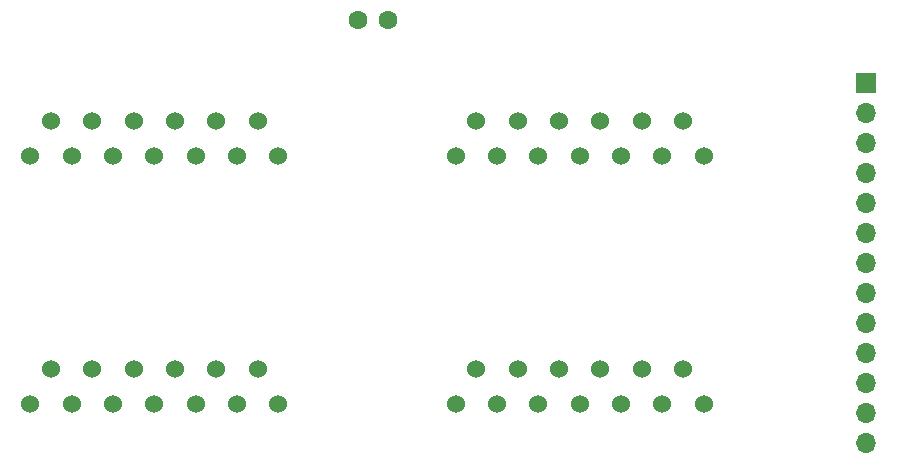
<source format=gbr>
%TF.GenerationSoftware,KiCad,Pcbnew,8.0.3*%
%TF.CreationDate,2024-06-19T11:52:11-04:00*%
%TF.ProjectId,SioHub,53696f48-7562-42e6-9b69-6361645f7063,rev?*%
%TF.SameCoordinates,Original*%
%TF.FileFunction,Soldermask,Top*%
%TF.FilePolarity,Negative*%
%FSLAX46Y46*%
G04 Gerber Fmt 4.6, Leading zero omitted, Abs format (unit mm)*
G04 Created by KiCad (PCBNEW 8.0.3) date 2024-06-19 11:52:11*
%MOMM*%
%LPD*%
G01*
G04 APERTURE LIST*
%ADD10C,1.524000*%
%ADD11C,1.600000*%
%ADD12R,1.700000X1.700000*%
%ADD13O,1.700000X1.700000*%
G04 APERTURE END LIST*
D10*
%TO.C,SIO1*%
X127250000Y-65500000D03*
X129000000Y-62500000D03*
X130750000Y-65500000D03*
X132500000Y-62500000D03*
X134250000Y-65500000D03*
X136000000Y-62500000D03*
X137750000Y-65500000D03*
X139500000Y-62500000D03*
X141250000Y-65500000D03*
X143000000Y-62500000D03*
X144750000Y-65500000D03*
X146500000Y-62500000D03*
X148250000Y-65500000D03*
%TD*%
%TO.C,SIO2*%
X91250000Y-86500000D03*
X93000000Y-83500000D03*
X94750000Y-86500000D03*
X96500000Y-83500000D03*
X98250000Y-86500000D03*
X100000000Y-83500000D03*
X101750000Y-86500000D03*
X103500000Y-83500000D03*
X105250000Y-86500000D03*
X107000000Y-83500000D03*
X108750000Y-86500000D03*
X110500000Y-83500000D03*
X112250000Y-86500000D03*
%TD*%
D11*
%TO.C,C1*%
X118987800Y-53992200D03*
X121487800Y-53992200D03*
%TD*%
D12*
%TO.C,SIO4*%
X162000000Y-59300000D03*
D13*
X162000000Y-61840000D03*
X162000000Y-64380000D03*
X162000000Y-66920000D03*
X162000000Y-69460000D03*
X162000000Y-72000000D03*
X162000000Y-74540000D03*
X162000000Y-77080000D03*
X162000000Y-79620000D03*
X162000000Y-82160000D03*
X162000000Y-84700000D03*
X162000000Y-87240000D03*
X162000000Y-89780000D03*
%TD*%
D10*
%TO.C,SIO0*%
X91250000Y-65500000D03*
X93000000Y-62500000D03*
X94750000Y-65500000D03*
X96500000Y-62500000D03*
X98250000Y-65500000D03*
X100000000Y-62500000D03*
X101750000Y-65500000D03*
X103500000Y-62500000D03*
X105250000Y-65500000D03*
X107000000Y-62500000D03*
X108750000Y-65500000D03*
X110500000Y-62500000D03*
X112250000Y-65500000D03*
%TD*%
%TO.C,SIO3*%
X127250000Y-86500000D03*
X129000000Y-83500000D03*
X130750000Y-86500000D03*
X132500000Y-83500000D03*
X134250000Y-86500000D03*
X136000000Y-83500000D03*
X137750000Y-86500000D03*
X139500000Y-83500000D03*
X141250000Y-86500000D03*
X143000000Y-83500000D03*
X144750000Y-86500000D03*
X146500000Y-83500000D03*
X148250000Y-86500000D03*
%TD*%
M02*

</source>
